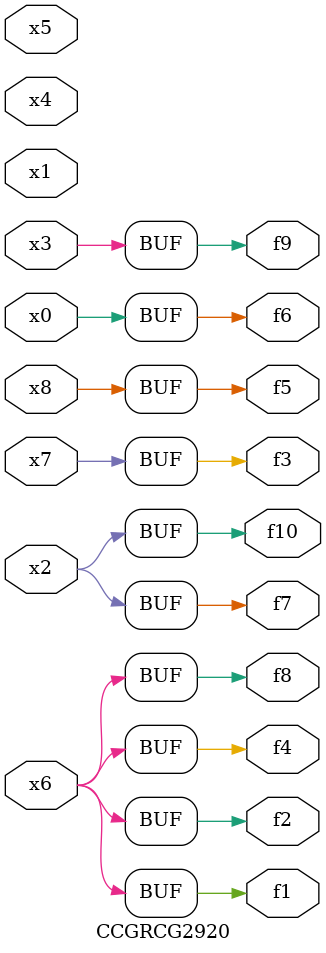
<source format=v>
module CCGRCG2920(
	input x0, x1, x2, x3, x4, x5, x6, x7, x8,
	output f1, f2, f3, f4, f5, f6, f7, f8, f9, f10
);
	assign f1 = x6;
	assign f2 = x6;
	assign f3 = x7;
	assign f4 = x6;
	assign f5 = x8;
	assign f6 = x0;
	assign f7 = x2;
	assign f8 = x6;
	assign f9 = x3;
	assign f10 = x2;
endmodule

</source>
